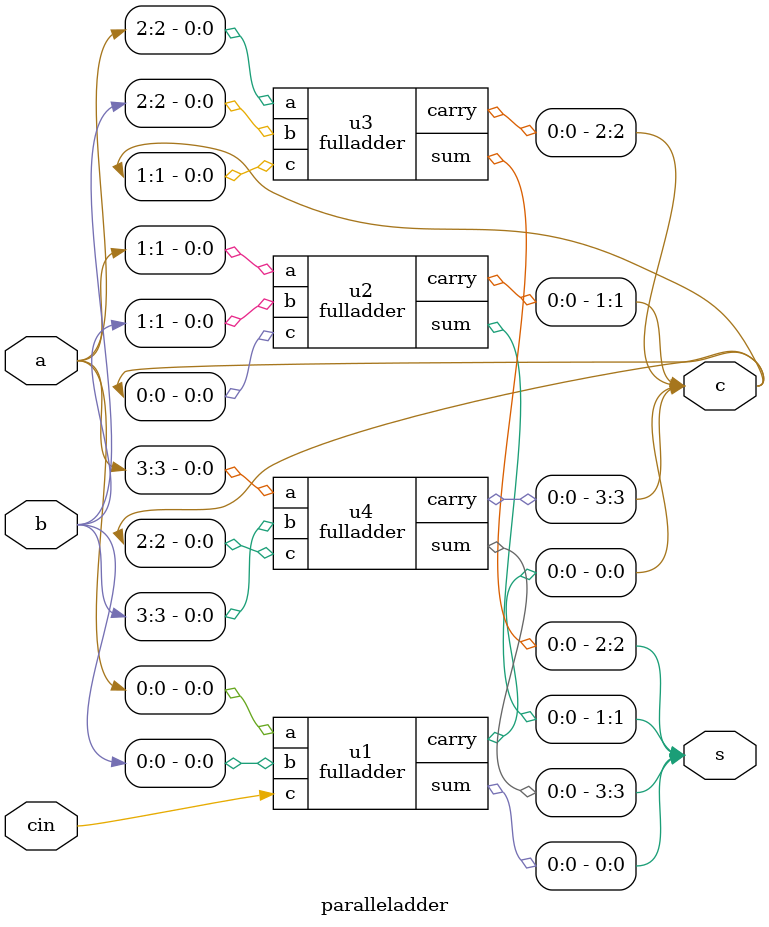
<source format=v>
module fulladder(a,b,c,sum,carry);
  input a,b,c;
  output sum,carry;
  assign sum=a^b^c;
  assign carry=a&b|b&c|c&a;
endmodule
  
module paralleladder(
  input[3:0]a,
  input[3:0]b,
  input cin,
  output[3:0]s,
  output[3:0]c);
  fulladder u1(.a(a[0]),.b(b[0]),.c(cin),.sum(s[0]),.carry(c[0]));
  fulladder u2(.a(a[1]),.b(b[1]),.c(c[0]),.sum(s[1]),.carry(c[1]));
  fulladder u3(.a(a[2]),.b(b[2]),.c(c[1]),.sum(s[2]),.carry(c[2]));
  fulladder u4(.a(a[3]),.b(b[3]),.c(c[2]),.sum(s[3]),.carry(c[3]));
endmodule

</source>
